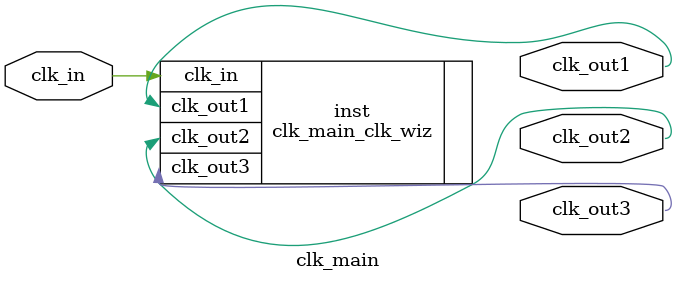
<source format=v>


`timescale 1ps/1ps

(* CORE_GENERATION_INFO = "clk_main,clk_wiz_v5_4_3_0,{component_name=clk_main,use_phase_alignment=true,use_min_o_jitter=false,use_max_i_jitter=false,use_dyn_phase_shift=false,use_inclk_switchover=false,use_dyn_reconfig=false,enable_axi=0,feedback_source=FDBK_AUTO,PRIMITIVE=PLL,num_out_clk=3,clkin1_period=10.000,clkin2_period=10.000,use_power_down=false,use_reset=false,use_locked=false,use_inclk_stopped=false,feedback_type=SINGLE,CLOCK_MGR_TYPE=NA,manual_override=false}" *)

module clk_main 
 (
  // Clock out ports
  output        clk_out1,
  output        clk_out2,
  output        clk_out3,
 // Clock in ports
  input         clk_in
 );

  clk_main_clk_wiz inst
  (
  // Clock out ports  
  .clk_out1(clk_out1),
  .clk_out2(clk_out2),
  .clk_out3(clk_out3),
 // Clock in ports
  .clk_in(clk_in)
  );

endmodule

</source>
